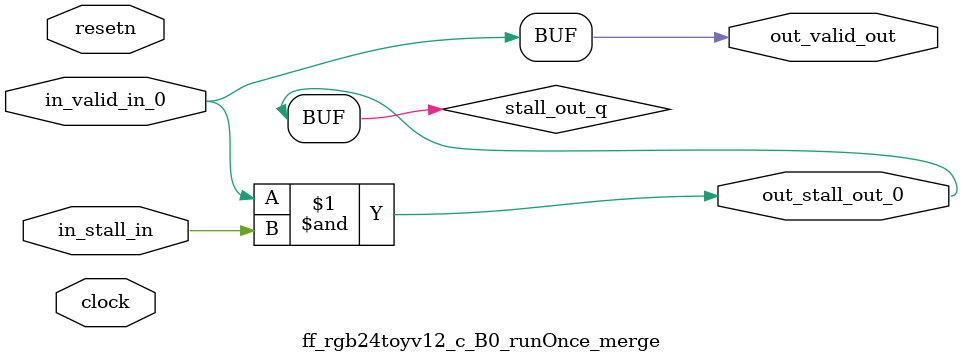
<source format=sv>



(* altera_attribute = "-name AUTO_SHIFT_REGISTER_RECOGNITION OFF; -name MESSAGE_DISABLE 10036; -name MESSAGE_DISABLE 10037; -name MESSAGE_DISABLE 14130; -name MESSAGE_DISABLE 14320; -name MESSAGE_DISABLE 15400; -name MESSAGE_DISABLE 14130; -name MESSAGE_DISABLE 10036; -name MESSAGE_DISABLE 12020; -name MESSAGE_DISABLE 12030; -name MESSAGE_DISABLE 12010; -name MESSAGE_DISABLE 12110; -name MESSAGE_DISABLE 14320; -name MESSAGE_DISABLE 13410; -name MESSAGE_DISABLE 113007; -name MESSAGE_DISABLE 10958" *)
module ff_rgb24toyv12_c_B0_runOnce_merge (
    input wire [0:0] in_stall_in,
    input wire [0:0] in_valid_in_0,
    output wire [0:0] out_stall_out_0,
    output wire [0:0] out_valid_out,
    input wire clock,
    input wire resetn
    );

    wire [0:0] stall_out_q;


    // stall_out(LOGICAL,6)
    assign stall_out_q = in_valid_in_0 & in_stall_in;

    // out_stall_out_0(GPOUT,4)
    assign out_stall_out_0 = stall_out_q;

    // out_valid_out(GPOUT,5)
    assign out_valid_out = in_valid_in_0;

endmodule

</source>
